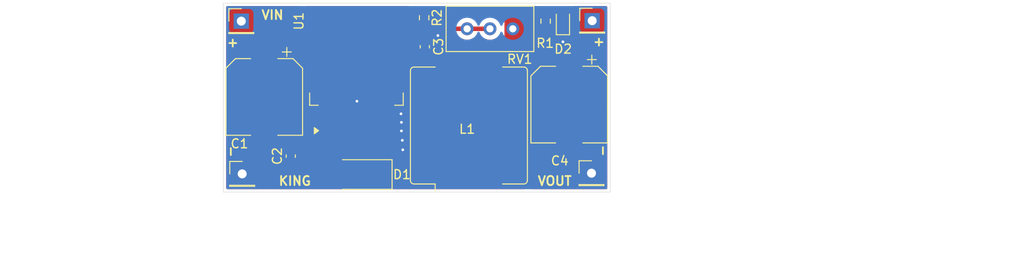
<source format=kicad_pcb>
(kicad_pcb (version 20241229) (generator "pcbnew") (generator_version "9.0")
  (layers (0 "F.Cu" signal) (2 "B.Cu" signal) (13 "F.Paste" user) (15 "B.Paste" user) (5 "F.SilkS" user "F.Silkscreen") (7 "B.SilkS" user "B.Silkscreen") (1 "F.Mask" user) (3 "B.Mask" user) (25 "Edge.Cuts" user))
  (net 0 "")
  (net 1 "/VIN")
  (net 2 "GND")
  (net 3 "/VOUT")
  (net 4 "Net-(D1-K)")
  (net 5 "Net-(D2-A)")
  (net 6 "Net-(U1-FB)")
  (footprint "Resistor_SMD:R_0603_1608Metric" (layer "F.Cu") (at 147.325 101.625 -90)
    (property "Reference" "R2" (at 0 -1.43 90) (layer "F.SilkS"))
    (property "Value" "1k")
    (fp_line (start -0.237258 0.5225) (end 0.237258 0.5225) (stroke (width 0.12)) (layer "F.SilkS"))
    (fp_line (start -0.237258 -0.5225) (end 0.237258 -0.5225) (stroke (width 0.12)) (layer "F.SilkS"))
    (pad "1" smd roundrect (at -0.825 0 270) (size 0.8 0.95) (layers "F.Cu" "F.Mask" "F.Paste") (net 6 "Net-(U1-FB)"))
    (pad "2" smd roundrect (at 0.825 0 270) (size 0.8 0.95) (layers "F.Cu" "F.Mask" "F.Paste") (net 2 "GND"))
  )
  (footprint "Inductor_SMD:L_Bourns_SRR1208_12.7x12.7mm" (layer "F.Cu") (at 152.3 113.6 90)
    (property "Reference" "L1" (at -0.4 -0.2 0) (layer "F.SilkS"))
    (property "Value" "47uH")
    (fp_line (start -6.1 -6.5) (end 6.1 -6.5) (stroke (width 0.12)) (layer "F.SilkS"))
    (fp_line (start 6.5 -6.1) (end 6.5 -3.75) (stroke (width 0.12)) (layer "F.SilkS"))
    (fp_line (start -6.5 -6.1) (end -6.5 -3.75) (stroke (width 0.12)) (layer "F.SilkS"))
    (fp_line (start -6.5 -3.75) (end -7.25 -3.75) (stroke (width 0.12)) (layer "F.SilkS"))
    (fp_line (start 6.5 3.75) (end 6.5 6.1) (stroke (width 0.12)) (layer "F.SilkS"))
    (fp_line (start -6.5 3.75) (end -6.5 6.1) (stroke (width 0.12)) (layer "F.SilkS"))
    (fp_line (start 6.1 6.5) (end -6.1 6.5) (stroke (width 0.12)) (layer "F.SilkS"))
    (fp_arc (start 6.1 -6.5) (mid 6.382843 -6.382843) (end 6.5 -6.1) (stroke (width 0.12)) (layer "F.SilkS"))
    (fp_arc (start -6.5 -6.1) (mid -6.382843 -6.382843) (end -6.1 -6.5) (stroke (width 0.12)) (layer "F.SilkS"))
    (fp_arc (start 6.5 6.1) (mid 6.382843 6.382843) (end 6.1 6.5) (stroke (width 0.12)) (layer "F.SilkS"))
    (fp_arc (start -6.1 6.5) (mid -6.382843 6.382843) (end -6.5 6.1) (stroke (width 0.12)) (layer "F.SilkS"))
    (pad "1" smd rect (at -5 0 90) (size 4 7) (layers "F.Cu" "F.Mask" "F.Paste") (net 4 "Net-(D1-K)"))
    (pad "2" smd rect (at 5 0 90) (size 4 7) (layers "F.Cu" "F.Mask" "F.Paste") (net 3 "/VOUT"))
  )
  (footprint "Capacitor_SMD:CP_Elec_8x10" (layer "F.Cu") (at 163.45 111.275 -90)
    (property "Reference" "C4" (at 6.25 1.05 0) (layer "F.SilkS"))
    (property "Value" "220uF")
    (fp_line (start -3.195563 4.26) (end 4.26 4.26) (stroke (width 0.12)) (layer "F.SilkS"))
    (fp_line (start 4.26 4.26) (end 4.26 1.51) (stroke (width 0.12)) (layer "F.SilkS"))
    (fp_line (start -4.26 3.195563) (end -3.195563 4.26) (stroke (width 0.12)) (layer "F.SilkS"))
    (fp_line (start -4.26 3.195563) (end -4.26 1.51) (stroke (width 0.12)) (layer "F.SilkS"))
    (fp_line (start -5.5 -2.51) (end -4.5 -2.51) (stroke (width 0.12)) (layer "F.SilkS"))
    (fp_line (start -5 -3.01) (end -5 -2.01) (stroke (width 0.12)) (layer "F.SilkS"))
    (fp_line (start -4.26 -3.195563) (end -4.26 -1.51) (stroke (width 0.12)) (layer "F.SilkS"))
    (fp_line (start -4.26 -3.195563) (end -3.195563 -4.26) (stroke (width 0.12)) (layer "F.SilkS"))
    (fp_line (start -3.195563 -4.26) (end 4.26 -4.26) (stroke (width 0.12)) (layer "F.SilkS"))
    (fp_line (start 4.26 -4.26) (end 4.26 -1.51) (stroke (width 0.12)) (layer "F.SilkS"))
    (pad "1" smd roundrect (at -3.25 0 270) (size 3.5 2.5) (layers "F.Cu" "F.Mask" "F.Paste") (roundrect_rratio 0.1) (net 3 "/VOUT"))
    (pad "2" smd roundrect (at 3.25 0 270) (size 3.5 2.5) (layers "F.Cu" "F.Mask" "F.Paste") (roundrect_rratio 0.1) (net 2 "GND"))
  )
  (footprint "Connector_PinHeader_2.54mm:PinHeader_1x01_P2.54mm_Vertical" (layer "F.Cu") (at 127 102)
    (property "Reference" "J2" (hide yes))
    (property "Value" "Conn_01x01_Pin")
    (fp_line (start -1.38 -1.38) (end 0 -1.38) (stroke (width 0.12)) (layer "F.SilkS"))
    (fp_line (start -1.38 0) (end -1.38 -1.38) (stroke (width 0.12)) (layer "F.SilkS"))
    (fp_line (start -1.38 1.27) (end -1.38 1.38) (stroke (width 0.12)) (layer "F.SilkS"))
    (fp_line (start -1.38 1.27) (end 1.38 1.27) (stroke (width 0.12)) (layer "F.SilkS"))
    (fp_line (start -1.38 1.38) (end 1.38 1.38) (stroke (width 0.12)) (layer "F.SilkS"))
    (fp_line (start 1.38 1.27) (end 1.38 1.38) (stroke (width 0.12)) (layer "F.SilkS"))
    (pad "1" thru_hole rect (at 0 0) (size 1.7 1.7) (drill 1) (layers "*.Cu" "*.Mask") (net 1 "/VIN"))
  )
  (footprint "Connector_PinHeader_2.54mm:PinHeader_1x01_P2.54mm_Vertical" (layer "F.Cu") (at 127.1 118.975)
    (property "Reference" "J3" (hide yes))
    (property "Value" "Conn_01x01_Pin")
    (fp_line (start -1.38 -1.38) (end 0 -1.38) (stroke (width 0.12)) (layer "F.SilkS"))
    (fp_line (start -1.38 0) (end -1.38 -1.38) (stroke (width 0.12)) (layer "F.SilkS"))
    (fp_line (start -1.38 1.27) (end -1.38 1.38) (stroke (width 0.12)) (layer "F.SilkS"))
    (fp_line (start -1.38 1.27) (end 1.38 1.27) (stroke (width 0.12)) (layer "F.SilkS"))
    (fp_line (start -1.38 1.38) (end 1.38 1.38) (stroke (width 0.12)) (layer "F.SilkS"))
    (fp_line (start 1.38 1.27) (end 1.38 1.38) (stroke (width 0.12)) (layer "F.SilkS"))
    (pad "1" thru_hole rect (at 0 0) (size 1.7 1.7) (drill 1) (layers "*.Cu" "*.Mask") (net 2 "GND"))
  )
  (footprint "Capacitor_SMD:C_0603_1608Metric" (layer "F.Cu") (at 147.4 104.85 90)
    (property "Reference" "C3" (at 0 1.525 90) (layer "F.SilkS"))
    (property "Value" "100nF")
    (fp_line (start -0.14058 -0.51) (end 0.14058 -0.51) (stroke (width 0.12)) (layer "F.SilkS"))
    (fp_line (start -0.14058 0.51) (end 0.14058 0.51) (stroke (width 0.12)) (layer "F.SilkS"))
    (pad "1" smd roundrect (at -0.775 0 90) (size 0.9 0.95) (layers "F.Cu" "F.Mask" "F.Paste") (net 3 "/VOUT"))
    (pad "2" smd roundrect (at 0.775 0 90) (size 0.9 0.95) (layers "F.Cu" "F.Mask" "F.Paste") (net 2 "GND"))
  )
  (footprint "Capacitor_SMD:C_0603_1608Metric" (layer "F.Cu") (at 132.5 117 -90)
    (property "Reference" "C2" (at 0 1.5 90) (layer "F.SilkS"))
    (property "Value" "100uF")
    (fp_line (start -0.14058 0.51) (end 0.14058 0.51) (stroke (width 0.12)) (layer "F.SilkS"))
    (fp_line (start -0.14058 -0.51) (end 0.14058 -0.51) (stroke (width 0.12)) (layer "F.SilkS"))
    (pad "1" smd roundrect (at -0.775 0 270) (size 0.9 0.95) (layers "F.Cu" "F.Mask" "F.Paste") (net 1 "/VIN"))
    (pad "2" smd roundrect (at 0.775 0 270) (size 0.9 0.95) (layers "F.Cu" "F.Mask" "F.Paste") (net 2 "GND"))
  )
  (footprint "LED_SMD:LED_0603_1608Metric" (layer "F.Cu") (at 162.75 102.025 90)
    (property "Reference" "D2" (at -3.075 0.025 180) (layer "F.SilkS"))
    (property "Value" "LED")
    (fp_line (start 0.8 -0.735) (end -1.485 -0.735) (stroke (width 0.12)) (layer "F.SilkS"))
    (fp_line (start -1.485 -0.735) (end -1.485 0.735) (stroke (width 0.12)) (layer "F.SilkS"))
    (fp_line (start -1.485 0.735) (end 0.8 0.735) (stroke (width 0.12)) (layer "F.SilkS"))
    (pad "1" smd roundrect (at -0.7875 0 90) (size 0.875 0.95) (layers "F.Cu" "F.Mask" "F.Paste") (net 2 "GND"))
    (pad "2" smd roundrect (at 0.7875 0 90) (size 0.875 0.95) (layers "F.Cu" "F.Mask" "F.Paste") (net 5 "Net-(D2-A)"))
  )
  (footprint "Package_TO_SOT_SMD:TO-263-5_TabPin3" (layer "F.Cu") (at 139.8 106.525 90)
    (property "Reference" "U1" (at 4.525 -6.4 90) (layer "F.SilkS"))
    (property "Value" "LM2596S-ADJ")
    (fp_line (start -3.46 -5.2) (end -4.825 -5.2) (stroke (width 0.12)) (layer "F.SilkS"))
    (fp_line (start -4.825 -5.2) (end -4.825 -4.25) (stroke (width 0.12)) (layer "F.SilkS"))
    (fp_line (start -3.46 5.2) (end -4.825 5.2) (stroke (width 0.12)) (layer "F.SilkS"))
    (fp_line (start -4.825 5.2) (end -4.825 4.25) (stroke (width 0.12)) (layer "F.SilkS"))
    (fp_poly (pts (xy -7.65 -4.21) (xy -7.99 -4.68) (xy -7.31 -4.68)) (stroke (width 0.12)) (fill yes) (layer "F.SilkS"))
    (pad "1" smd roundrect (at -7.65 -3.4 90) (size 4.6 1.1) (layers "F.Cu" "F.Mask" "F.Paste") (roundrect_rratio 0.227273) (net 1 "/VIN"))
    (pad "2" smd roundrect (at -7.65 -1.7 90) (size 4.6 1.1) (layers "F.Cu" "F.Mask" "F.Paste") (roundrect_rratio 0.227273) (net 4 "Net-(D1-K)"))
    (pad "3" smd roundrect (at -7.65 0 90) (size 4.6 1.1) (layers "F.Cu" "F.Mask" "F.Paste") (roundrect_rratio 0.227273) (net 2 "GND"))
    (pad "3" smd roundrect (at 1.5 0 90) (size 9.4 10.8) (layers "F.Cu" "F.Mask") (roundrect_rratio 0.026596) (net 2 "GND"))
    (pad "4" smd roundrect (at -7.65 1.7 90) (size 4.6 1.1) (layers "F.Cu" "F.Mask" "F.Paste") (roundrect_rratio 0.227273) (net 6 "Net-(U1-FB)"))
    (pad "5" smd roundrect (at -7.65 3.4 90) (size 4.6 1.1) (layers "F.Cu" "F.Mask" "F.Paste") (roundrect_rratio 0.227273) (net 2 "GND"))
  )
  (footprint "Diode_SMD:D_SMA" (layer "F.Cu") (at 140.25 119.05 180)
    (property "Reference" "D1" (at -4.6 0 0) (layer "F.SilkS"))
    (property "Value" "SS34")
    (fp_line (start -3.51 1.65) (end 2 1.65) (stroke (width 0.12)) (layer "F.SilkS"))
    (fp_line (start -3.51 -1.65) (end 2 -1.65) (stroke (width 0.12)) (layer "F.SilkS"))
    (fp_line (start -3.51 -1.65) (end -3.51 1.65) (stroke (width 0.12)) (layer "F.SilkS"))
    (pad "1" smd roundrect (at -2 0 180) (size 2.5 1.8) (layers "F.Cu" "F.Mask" "F.Paste") (roundrect_rratio 0.1388888889) (net 4 "Net-(D1-K)"))
    (pad "2" smd roundrect (at 2 0 180) (size 2.5 1.8) (layers "F.Cu" "F.Mask" "F.Paste") (roundrect_rratio 0.1388888889) (net 2 "GND"))
  )
  (footprint "Potentiometer_THT:Potentiometer_Bourns_3296W_Vertical" (layer "F.Cu") (at 157.18 102.85)
    (property "Reference" "RV1" (at 0.77 3.375 0) (layer "F.SilkS"))
    (property "Value" "10K")
    (fp_line (start -7.415 -2.52) (end 2.335 -2.52) (stroke (width 0.12)) (layer "F.SilkS"))
    (fp_line (start -7.415 2.53) (end -7.415 -2.52) (stroke (width 0.12)) (layer "F.SilkS"))
    (fp_line (start 2.335 -2.52) (end 2.335 2.53) (stroke (width 0.12)) (layer "F.SilkS"))
    (fp_line (start 2.335 2.53) (end -7.415 2.53) (stroke (width 0.12)) (layer "F.SilkS"))
    (pad "1" thru_hole circle (at 0 0) (size 1.44 1.44) (drill 0.8) (layers "*.Cu" "*.Mask") (net 3 "/VOUT"))
    (pad "2" thru_hole circle (at -2.54 0) (size 1.44 1.44) (drill 0.8) (layers "*.Cu" "*.Mask") (net 6 "Net-(U1-FB)"))
    (pad "3" thru_hole circle (at -5.08 0) (size 1.44 1.44) (drill 0.8) (layers "*.Cu" "*.Mask") (net 6 "Net-(U1-FB)"))
  )
  (footprint "Connector_PinHeader_2.54mm:PinHeader_1x01_P2.54mm_Vertical" (layer "F.Cu") (at 165.925 118.9)
    (property "Reference" "J4" (hide yes))
    (property "Value" "Conn_01x01_Pin")
    (fp_line (start -1.38 -1.38) (end 0 -1.38) (stroke (width 0.12)) (layer "F.SilkS"))
    (fp_line (start -1.38 0) (end -1.38 -1.38) (stroke (width 0.12)) (layer "F.SilkS"))
    (fp_line (start -1.38 1.27) (end -1.38 1.38) (stroke (width 0.12)) (layer "F.SilkS"))
    (fp_line (start -1.38 1.27) (end 1.38 1.27) (stroke (width 0.12)) (layer "F.SilkS"))
    (fp_line (start -1.38 1.38) (end 1.38 1.38) (stroke (width 0.12)) (layer "F.SilkS"))
    (fp_line (start 1.38 1.27) (end 1.38 1.38) (stroke (width 0.12)) (layer "F.SilkS"))
    (pad "1" thru_hole rect (at 0 0) (size 1.7 1.7) (drill 1) (layers "*.Cu" "*.Mask") (net 2 "GND"))
  )
  (footprint "Connector_PinHeader_2.54mm:PinHeader_1x01_P2.54mm_Vertical" (layer "F.Cu") (at 166 101.95)
    (property "Reference" "J1" (hide yes))
    (property "Value" "Conn_01x01_Pin")
    (fp_line (start -1.38 -1.38) (end 0 -1.38) (stroke (width 0.12)) (layer "F.SilkS"))
    (fp_line (start -1.38 0) (end -1.38 -1.38) (stroke (width 0.12)) (layer "F.SilkS"))
    (fp_line (start -1.38 1.27) (end -1.38 1.38) (stroke (width 0.12)) (layer "F.SilkS"))
    (fp_line (start -1.38 1.27) (end 1.38 1.27) (stroke (width 0.12)) (layer "F.SilkS"))
    (fp_line (start -1.38 1.38) (end 1.38 1.38) (stroke (width 0.12)) (layer "F.SilkS"))
    (fp_line (start 1.38 1.27) (end 1.38 1.38) (stroke (width 0.12)) (layer "F.SilkS"))
    (pad "1" thru_hole rect (at 0 0) (size 1.7 1.7) (drill 1) (layers "*.Cu" "*.Mask") (net 3 "/VOUT"))
  )
  (footprint "Resistor_SMD:R_0603_1608Metric" (layer "F.Cu") (at 160.825 102 90)
    (property "Reference" "R1" (at -2.45 -0.05 180) (layer "F.SilkS"))
    (property "Value" "47K")
    (fp_line (start -0.237258 -0.5225) (end 0.237258 -0.5225) (stroke (width 0.12)) (layer "F.SilkS"))
    (fp_line (start -0.237258 0.5225) (end 0.237258 0.5225) (stroke (width 0.12)) (layer "F.SilkS"))
    (pad "1" smd roundrect (at -0.825 0 90) (size 0.8 0.95) (layers "F.Cu" "F.Mask" "F.Paste") (net 3 "/VOUT"))
    (pad "2" smd roundrect (at 0.825 0 90) (size 0.8 0.95) (layers "F.Cu" "F.Mask" "F.Paste") (net 5 "Net-(D2-A)"))
  )
  (footprint "Capacitor_SMD:CP_Elec_8x10" (layer "F.Cu") (at 129.55 110.425 -90)
    (property "Reference" "C1" (at 5.2 2.75 180) (layer "F.SilkS"))
    (property "Value" "100nF")
    (fp_line (start -3.195563 4.26) (end 4.26 4.26) (stroke (width 0.12)) (layer "F.SilkS"))
    (fp_line (start 4.26 4.26) (end 4.26 1.51) (stroke (width 0.12)) (layer "F.SilkS"))
    (fp_line (start -4.26 3.195563) (end -3.195563 4.26) (stroke (width 0.12)) (layer "F.SilkS"))
    (fp_line (start -4.26 3.195563) (end -4.26 1.51) (stroke (width 0.12)) (layer "F.SilkS"))
    (fp_line (start -5.5 -2.51) (end -4.5 -2.51) (stroke (width 0.12)) (layer "F.SilkS"))
    (fp_line (start -5 -3.01) (end -5 -2.01) (stroke (width 0.12)) (layer "F.SilkS"))
    (fp_line (start -4.26 -3.195563) (end -4.26 -1.51) (stroke (width 0.12)) (layer "F.SilkS"))
    (fp_line (start -4.26 -3.195563) (end -3.195563 -4.26) (stroke (width 0.12)) (layer "F.SilkS"))
    (fp_line (start -3.195563 -4.26) (end 4.26 -4.26) (stroke (width 0.12)) (layer "F.SilkS"))
    (fp_line (start 4.26 -4.26) (end 4.26 -1.51) (stroke (width 0.12)) (layer "F.SilkS"))
    (pad "1" smd roundrect (at -3.25 0 270) (size 3.5 2.5) (layers "F.Cu" "F.Mask" "F.Paste") (roundrect_rratio 0.1) (net 1 "/VIN"))
    (pad "2" smd roundrect (at 3.25 0 270) (size 3.5 2.5) (layers "F.Cu" "F.Mask" "F.Paste") (roundrect_rratio 0.1) (net 2 "GND"))
  )
  (gr_rect (start 125 100) (end 168 121) (stroke (width 0.05)) (fill no) (layer "Edge.Cuts"))
  (gr_text "-" (at 167.71 117.15 90) (layer "F.SilkS") (effects (font (size 1 1) (thickness 0.2) (bold yes)) (justify left bottom)))
  (gr_text "KING " (at 131.06 120.35 0) (layer "F.SilkS") (effects (font (size 1 1) (thickness 0.2) (bold yes)) (justify left bottom)))
  (gr_text "VIN\n" (at 129.15 101.9 0) (layer "F.SilkS") (effects (font (size 1 1) (thickness 0.2) (bold yes)) (justify left bottom)))
  (gr_text "+" (at 125.3 104.95 0) (layer "F.SilkS") (effects (font (size 1 1) (thickness 0.2) (bold yes)) (justify left bottom)))
  (gr_text "VOUT" (at 159.85 120.35 0) (layer "F.SilkS") (effects (font (size 1 1) (thickness 0.2) (bold yes)) (justify left bottom)))
  (gr_text "+" (at 166 104.85 0) (layer "F.SilkS") (effects (font (size 1 1) (thickness 0.2) (bold yes)) (justify left bottom)))
  (gr_text "-" (at 126.35 117.25 90) (layer "F.SilkS") (effects (font (size 1 1) (thickness 0.2) (bold yes)) (justify left bottom)))
  (segment (start 162.75 104.3) (end 162.75 102.8125) (width 0.5) (layer "F.Cu") (net 2))
  (via (at 144.75 112.3) (size 0.45) (drill 0.3) (layers "F.Cu" "B.Cu") (net 2))
  (via (at 139.85 110.9) (size 0.45) (drill 0.3) (layers "F.Cu" "B.Cu") (net 2))
  (via (at 144.8 114.2) (size 0.45) (drill 0.3) (layers "F.Cu" "B.Cu") (net 2))
  (via (at 144.8 113.25) (size 0.45) (drill 0.3) (layers "F.Cu" "B.Cu") (net 2))
  (via (at 144.9 115.25) (size 0.45) (drill 0.3) (layers "F.Cu" "B.Cu") (net 2))
  (via (at 148.85 103.6) (size 0.6) (drill 0.3) (layers "F.Cu" "B.Cu") (net 2))
  (via (at 162.75 104.3) (size 0.45) (drill 0.3) (layers "F.Cu" "B.Cu") (net 2))
  (via (at 144.95 116.3) (size 0.45) (drill 0.3) (layers "F.Cu" "B.Cu") (net 2))
  (segment (start 138.1 114.175) (end 138.1 116.55) (width 0.5) (layer "F.Cu") (net 4))
  (segment (start 140.65 116.95) (end 142.25 118.55) (width 0.5) (layer "F.Cu") (net 4))
  (segment (start 151.925 118.975) (end 152.3 118.6) (width 0.5) (layer "F.Cu") (net 4))
  (segment (start 142.25 118.975) (end 141.175 118.975) (width 0.5) (layer "F.Cu") (net 4))
  (segment (start 138.1 116.55) (end 138.5 116.95) (width 0.5) (layer "F.Cu") (net 4))
  (segment (start 142.25 118.55) (end 142.25 118.975) (width 0.5) (layer "F.Cu") (net 4))
  (segment (start 138.5 116.95) (end 140.65 116.95) (width 0.5) (layer "F.Cu") (net 4))
  (segment (start 162.6875 101.175) (end 162.75 101.2375) (width 0.5) (layer "F.Cu") (net 5))
  (segment (start 160.825 101.175) (end 162.6875 101.175) (width 0.5) (layer "F.Cu") (net 5))
  (segment (start 145.247292 110.176) (end 146.1 109.323292) (width 0.5) (layer "F.Cu") (net 6))
  (segment (start 141.5 114.175) (end 141.5 111.776) (width 0.5) (layer "F.Cu") (net 6))
  (segment (start 148.95 100.8) (end 149.95 101.8) (width 0.5) (layer "F.Cu") (net 6))
  (segment (start 152.1 102.85) (end 154.64 102.85) (width 0.5) (layer "F.Cu") (net 6))
  (segment (start 147.325 100.8) (end 148.95 100.8) (width 0.5) (layer "F.Cu") (net 6))
  (segment (start 149.95 101.8) (end 149.95 102.65) (width 0.5) (layer "F.Cu") (net 6))
  (segment (start 141.5 111.776) (end 143.1 110.176) (width 0.5) (layer "F.Cu") (net 6))
  (segment (start 150.15 102.85) (end 152.1 102.85) (width 0.5) (layer "F.Cu") (net 6))
  (segment (start 146.1 102.025) (end 147.325 100.8) (width 0.5) (layer "F.Cu") (net 6))
  (segment (start 143.1 110.176) (end 145.247292 110.176) (width 0.5) (layer "F.Cu") (net 6))
  (segment (start 149.95 102.65) (end 150.15 102.85) (width 0.5) (layer "F.Cu") (net 6))
  (segment (start 146.1 109.323292) (end 146.1 102.025) (width 0.5) (layer "F.Cu") (net 6))
  (zone (net 2) (net_name "GND") (layer "F.Cu") (priority 3) (connect_pads yes (clearance 0.5)) (min_thickness 0.25) (fill yes (thermal_gap 0.5) (thermal_bridge_width 0.5))
    (polygon (pts (xy 159.1 111.65) (xy 168 111.65) (xy 168 121) (xy 159.25 121) (xy 159.1 120.85)))
  )
  (zone (net 2) (net_name "GND") (layer "F.Cu") (priority 4) (connect_pads yes (clearance 0.5)) (min_thickness 0.25) (fill yes (thermal_gap 0.5) (thermal_bridge_width 0.5))
    (polygon (pts (xy 138.95 116.975) (xy 138.975 116.975) (xy 138.975 110) (xy 138.825 109.85) (xy 134.15 109.85) (xy 134.15 99.86) (xy 145.46 99.86) (xy 145.675 100.075) (xy 145.675 110.05) (xy 140.725 110.05) (xy 140.675 110) (xy 140.675 116.725) (xy 140.7 116.75) (xy 142.325 116.75) (xy 142.4 116.675) (xy 142.4 110.875) (xy 145.675 110.875) (xy 145.675 116.75) (xy 145.5 116.925) (xy 138.975 116.925) (xy 138.975 117.075) (xy 138.95 117.05)))
  )
  (zone (net 2) (net_name "GND") (layer "F.Cu") (priority 5) (connect_pads yes (clearance 0.5)) (min_thickness 0.25) (fill yes (thermal_gap 0.5) (thermal_bridge_width 0.5))
    (polygon (pts (xy 146.5 101.45) (xy 148.2 101.45) (xy 148.2 103) (xy 148.45 103.25) (xy 150.6 103.25) (xy 151.2 103.85) (xy 155.8 103.85) (xy 155.8 104.75) (xy 155.7 104.85) (xy 146.55 104.85) (xy 146.55 101.4)))
  )
  (zone (net 2) (net_name "GND") (layer "F.Cu") (priority 1) (connect_pads yes (clearance 0.5)) (min_thickness 0.25) (fill yes (thermal_gap 0.5) (thermal_bridge_width 0.5))
    (polygon (pts (xy 124.925 111.5) (xy 131.075 111.5) (xy 131.2 111.625) (xy 131.2 117.075) (xy 139.37 117.075) (xy 139.475 116.97) (xy 139.475 116.975) (xy 139.35 117.1) (xy 139.35 117.075) (xy 139.975 117.075) (xy 139.975 121) (xy 125.125 121) (xy 124.925 120.8)))
  )
  (zone (net 4) (net_name "Net-(D1-K)") (layer "F.Cu") (priority 6) (connect_pads yes (clearance 0.5)) (min_thickness 0.25) (fill yes (thermal_gap 0.5) (thermal_bridge_width 0.5) (island_removal_mode 1) (island_area_min 10))
    (polygon (pts (xy 140.5 120.9) (xy 158.6 120.9) (xy 158.6 113.35) (xy 158.45 113.2) (xy 145.9 113.2) (xy 145.9 116.8) (xy 145.45 117.25) (xy 140.5 117.25)))
  )
  (zone (net 3) (net_name "/VOUT") (layer "F.Cu") (priority 2) (connect_pads yes (clearance 0.5)) (min_thickness 0.25) (fill yes (thermal_gap 0.5) (thermal_bridge_width 0.5))
    (polygon (pts (xy 156.2 104.85) (xy 156.25 104.8) (xy 156.25 100.025) (xy 156.275 100) (xy 159.775 100) (xy 159.875 100.1) (xy 159.875 101.95) (xy 159.925 102) (xy 161.825 102) (xy 161.825 103.8) (xy 161.8 103.825) (xy 163.775 103.825) (xy 163.925 103.675) (xy 163.925 99.975) (xy 168.075 99.975) (xy 168.1 100) (xy 168.1 111.175) (xy 168.05 111.225) (xy 145.7 111.225) (xy 145.675 111.2) (xy 145.675 104.85)))
  )
  (zone (net 1) (net_name "/VIN") (layer "F.Cu") (connect_pads yes (clearance 0.5)) (min_thickness 0.25) (fill yes (thermal_gap 0.5) (thermal_bridge_width 0.5))
    (polygon (pts (xy 124.9 99.86) (xy 134.15 99.86) (xy 134.15 110.5) (xy 134.02 110.63) (xy 134.05 110.63) (xy 134.16 110.52) (xy 137.21 110.52) (xy 137.24 110.55) (xy 137.24 116.97) (xy 137.21 117) (xy 131.49 117) (xy 131.49 111.2) (xy 131.66 111.03) (xy 131.64 111.03) (xy 131.49 111.18) (xy 124.9 111.18) (xy 124.89 111.17) (xy 124.89 99.87)))
  )
  (zone (net 2) (net_name "GND") (layer "B.Cu") (priority 7) (connect_pads yes (clearance 0.5)) (min_thickness 0.25) (fill yes (thermal_gap 0.5) (thermal_bridge_width 0.5) (island_removal_mode 1) (island_area_min 10))
    (polygon (pts (xy 124.65 99.65) (xy 168.5 99.65) (xy 168.5 121.3) (xy 168.45 121.35) (xy 124.8 121.35) (xy 124.65 121.2)))
  )
)
</source>
